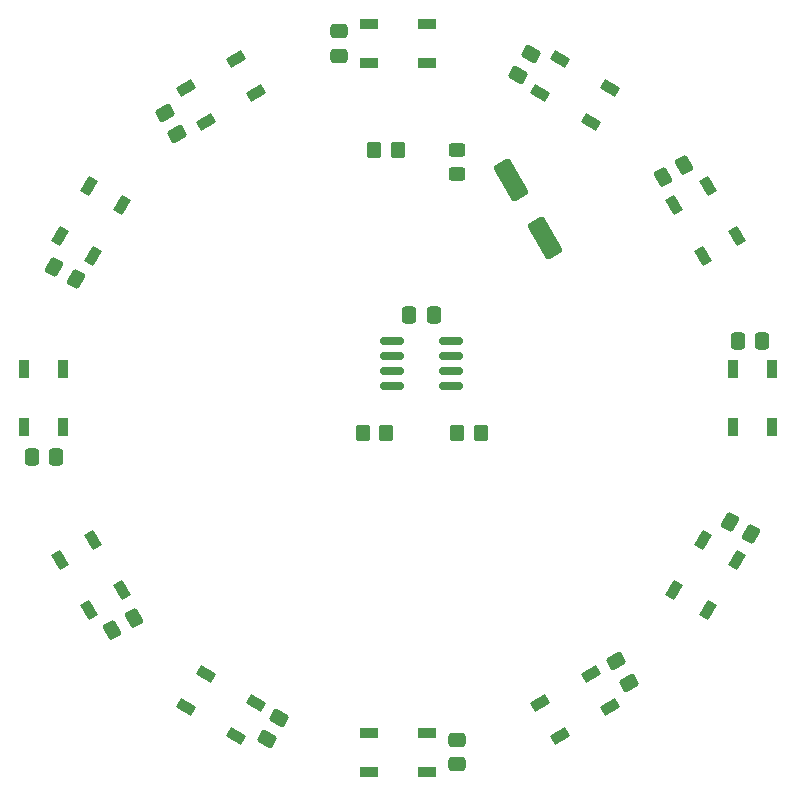
<source format=gbr>
%TF.GenerationSoftware,KiCad,Pcbnew,9.0.6*%
%TF.CreationDate,2026-02-24T16:40:53+01:00*%
%TF.ProjectId,MPC-Status,4d50432d-5374-4617-9475-732e6b696361,rev?*%
%TF.SameCoordinates,Original*%
%TF.FileFunction,Paste,Top*%
%TF.FilePolarity,Positive*%
%FSLAX46Y46*%
G04 Gerber Fmt 4.6, Leading zero omitted, Abs format (unit mm)*
G04 Created by KiCad (PCBNEW 9.0.6) date 2026-02-24 16:40:53*
%MOMM*%
%LPD*%
G01*
G04 APERTURE LIST*
G04 Aperture macros list*
%AMRoundRect*
0 Rectangle with rounded corners*
0 $1 Rounding radius*
0 $2 $3 $4 $5 $6 $7 $8 $9 X,Y pos of 4 corners*
0 Add a 4 corners polygon primitive as box body*
4,1,4,$2,$3,$4,$5,$6,$7,$8,$9,$2,$3,0*
0 Add four circle primitives for the rounded corners*
1,1,$1+$1,$2,$3*
1,1,$1+$1,$4,$5*
1,1,$1+$1,$6,$7*
1,1,$1+$1,$8,$9*
0 Add four rect primitives between the rounded corners*
20,1,$1+$1,$2,$3,$4,$5,0*
20,1,$1+$1,$4,$5,$6,$7,0*
20,1,$1+$1,$6,$7,$8,$9,0*
20,1,$1+$1,$8,$9,$2,$3,0*%
G04 Aperture macros list end*
%ADD10RoundRect,0.090000X0.751577X-0.018231X-0.391577X0.641769X-0.751577X0.018231X0.391577X-0.641769X0*%
%ADD11RoundRect,0.250000X0.337500X0.475000X-0.337500X0.475000X-0.337500X-0.475000X0.337500X-0.475000X0*%
%ADD12RoundRect,0.150000X-0.825000X-0.150000X0.825000X-0.150000X0.825000X0.150000X-0.825000X0.150000X0*%
%ADD13RoundRect,0.090000X0.641769X-0.391577X-0.018231X0.751577X-0.641769X0.391577X0.018231X-0.751577X0*%
%ADD14RoundRect,0.250000X0.054784X0.580112X-0.529784X0.242612X-0.054784X-0.580112X0.529784X-0.242612X0*%
%ADD15RoundRect,0.250000X-0.054784X-0.580112X0.529784X-0.242612X0.054784X0.580112X-0.529784X0.242612X0*%
%ADD16RoundRect,0.250000X0.580112X-0.054784X0.242612X0.529784X-0.580112X0.054784X-0.242612X-0.529784X0*%
%ADD17RoundRect,0.250000X-0.350000X-0.450000X0.350000X-0.450000X0.350000X0.450000X-0.350000X0.450000X0*%
%ADD18RoundRect,0.250000X0.350000X0.450000X-0.350000X0.450000X-0.350000X-0.450000X0.350000X-0.450000X0*%
%ADD19RoundRect,0.090000X-0.360000X0.660000X-0.360000X-0.660000X0.360000X-0.660000X0.360000X0.660000X0*%
%ADD20RoundRect,0.250000X-0.475000X0.337500X-0.475000X-0.337500X0.475000X-0.337500X0.475000X0.337500X0*%
%ADD21RoundRect,0.090000X-0.751577X0.018231X0.391577X-0.641769X0.751577X-0.018231X-0.391577X0.641769X0*%
%ADD22RoundRect,0.250000X-0.450000X0.325000X-0.450000X-0.325000X0.450000X-0.325000X0.450000X0.325000X0*%
%ADD23RoundRect,0.250000X-0.529784X-0.242612X0.054784X-0.580112X0.529784X0.242612X-0.054784X0.580112X0*%
%ADD24RoundRect,0.090000X0.660000X0.360000X-0.660000X0.360000X-0.660000X-0.360000X0.660000X-0.360000X0*%
%ADD25RoundRect,0.250000X-0.580112X0.054784X-0.242612X-0.529784X0.580112X-0.054784X0.242612X0.529784X0*%
%ADD26RoundRect,0.090000X0.360000X-0.660000X0.360000X0.660000X-0.360000X0.660000X-0.360000X-0.660000X0*%
%ADD27RoundRect,0.090000X-0.641769X0.391577X0.018231X-0.751577X0.641769X-0.391577X-0.018231X0.751577X0*%
%ADD28RoundRect,0.090000X0.018231X0.751577X-0.641769X-0.391577X-0.018231X-0.751577X0.641769X0.391577X0*%
%ADD29RoundRect,0.090000X-0.018231X-0.751577X0.641769X0.391577X0.018231X0.751577X-0.641769X-0.391577X0*%
%ADD30RoundRect,0.090000X0.391577X0.641769X-0.751577X-0.018231X-0.391577X-0.641769X0.751577X0.018231X0*%
%ADD31RoundRect,0.250000X-0.337500X-0.475000X0.337500X-0.475000X0.337500X0.475000X-0.337500X0.475000X0*%
%ADD32RoundRect,0.090000X-0.391577X-0.641769X0.751577X0.018231X0.391577X0.641769X-0.751577X-0.018231X0*%
%ADD33RoundRect,0.250000X-0.242612X0.529784X-0.580112X-0.054784X0.242612X-0.529784X0.580112X0.054784X0*%
%ADD34RoundRect,0.250000X0.529784X0.242612X-0.054784X0.580112X-0.529784X-0.242612X0.054784X-0.580112X0*%
%ADD35RoundRect,0.250000X0.475000X-0.337500X0.475000X0.337500X-0.475000X0.337500X-0.475000X-0.337500X0*%
%ADD36RoundRect,0.250000X-1.226314X1.024038X0.273686X-1.574038X1.226314X-1.024038X-0.273686X1.574038X0*%
%ADD37RoundRect,0.250000X0.242612X-0.529784X0.580112X0.054784X-0.242612X0.529784X-0.580112X-0.054784X0*%
%ADD38RoundRect,0.090000X-0.660000X-0.360000X0.660000X-0.360000X0.660000X0.360000X-0.660000X0.360000X0*%
G04 APERTURE END LIST*
D10*
%TO.C,D6*%
X136296762Y-133653942D03*
X137946762Y-130796058D03*
X133703238Y-128346058D03*
X132053238Y-131203942D03*
%TD*%
D11*
%TO.C,C14*%
X153037500Y-98000000D03*
X150962500Y-98000000D03*
%TD*%
D12*
%TO.C,U1*%
X149525000Y-100190000D03*
X149525000Y-101460000D03*
X149525000Y-102730000D03*
X149525000Y-104000000D03*
X154475000Y-104000000D03*
X154475000Y-102730000D03*
X154475000Y-101460000D03*
X154475000Y-100190000D03*
%TD*%
D13*
%TO.C,D5*%
X123796058Y-122946762D03*
X126653942Y-121296762D03*
X124203942Y-117053238D03*
X121346058Y-118703238D03*
%TD*%
D14*
%TO.C,C12*%
X174198501Y-85281250D03*
X172401499Y-86318750D03*
%TD*%
D15*
%TO.C,C6*%
X125802998Y-124637500D03*
X127600000Y-123600000D03*
%TD*%
D16*
%TO.C,C9*%
X169518750Y-129098501D03*
X168481250Y-127301499D03*
%TD*%
D17*
%TO.C,R1*%
X148000000Y-84000000D03*
X150000000Y-84000000D03*
%TD*%
D18*
%TO.C,R3*%
X157000000Y-108000000D03*
X155000000Y-108000000D03*
%TD*%
D19*
%TO.C,D10*%
X181650000Y-102550000D03*
X178350000Y-102550000D03*
X178350000Y-107450000D03*
X181650000Y-107450000D03*
%TD*%
D20*
%TO.C,C2*%
X145000000Y-73962500D03*
X145000000Y-76037500D03*
%TD*%
D21*
%TO.C,D12*%
X163703238Y-76346058D03*
X162053238Y-79203942D03*
X166296762Y-81653942D03*
X167946762Y-78796058D03*
%TD*%
D22*
%TO.C,F1*%
X155000000Y-83975000D03*
X155000000Y-86025000D03*
%TD*%
D23*
%TO.C,C4*%
X120901499Y-93881250D03*
X122698501Y-94918750D03*
%TD*%
D24*
%TO.C,D7*%
X152450000Y-136650000D03*
X152450000Y-133350000D03*
X147550000Y-133350000D03*
X147550000Y-136650000D03*
%TD*%
D25*
%TO.C,C3*%
X130281250Y-80901499D03*
X131318750Y-82698501D03*
%TD*%
D26*
%TO.C,D4*%
X118350000Y-107450000D03*
X121650000Y-107450000D03*
X121650000Y-102550000D03*
X118350000Y-102550000D03*
%TD*%
D27*
%TO.C,D11*%
X176203942Y-87053238D03*
X173346058Y-88703238D03*
X175796058Y-92946762D03*
X178653942Y-91296762D03*
%TD*%
D28*
%TO.C,D9*%
X178653942Y-118703238D03*
X175796058Y-117053238D03*
X173346058Y-121296762D03*
X176203942Y-122946762D03*
%TD*%
D29*
%TO.C,D3*%
X121346058Y-91296762D03*
X124203942Y-92946762D03*
X126653942Y-88703238D03*
X123796058Y-87053238D03*
%TD*%
D30*
%TO.C,D8*%
X167946762Y-131203942D03*
X166296762Y-128346058D03*
X162053238Y-130796058D03*
X163703238Y-133653942D03*
%TD*%
D31*
%TO.C,C5*%
X118962500Y-110000000D03*
X121037500Y-110000000D03*
%TD*%
D32*
%TO.C,D2*%
X132053238Y-78796058D03*
X133703238Y-81653942D03*
X137946762Y-79203942D03*
X136296762Y-76346058D03*
%TD*%
D33*
%TO.C,C13*%
X161218750Y-75901499D03*
X160181250Y-77698501D03*
%TD*%
D34*
%TO.C,C1*%
X179898501Y-116518750D03*
X178101499Y-115481250D03*
%TD*%
D35*
%TO.C,C8*%
X155000000Y-136037500D03*
X155000000Y-133962500D03*
%TD*%
D11*
%TO.C,C11*%
X180837500Y-100200000D03*
X178762500Y-100200000D03*
%TD*%
D36*
%TO.C,C10*%
X162400000Y-91424871D03*
X159600000Y-86575129D03*
%TD*%
D17*
%TO.C,R2*%
X147000000Y-108000000D03*
X149000000Y-108000000D03*
%TD*%
D37*
%TO.C,C7*%
X138881250Y-133898501D03*
X139918750Y-132101499D03*
%TD*%
D38*
%TO.C,D1*%
X147550000Y-73350000D03*
X147550000Y-76650000D03*
X152450000Y-76650000D03*
X152450000Y-73350000D03*
%TD*%
M02*

</source>
